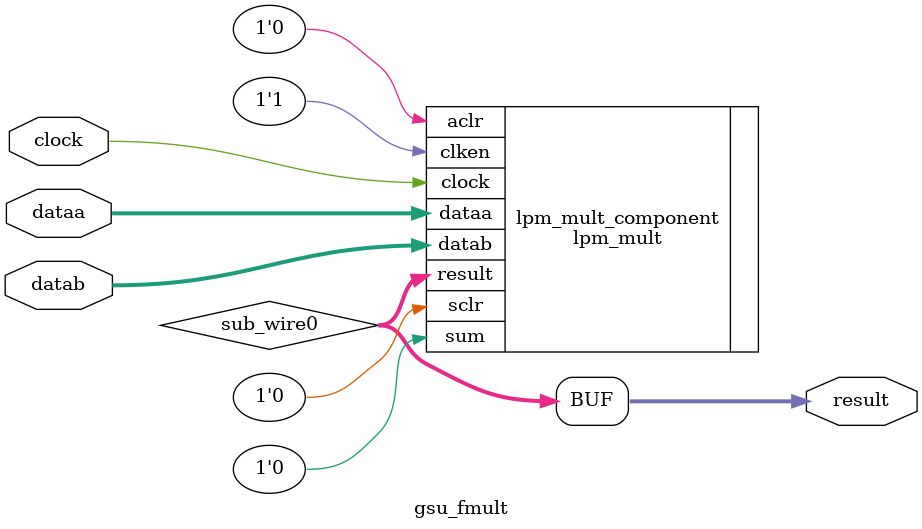
<source format=v>
module gsu_fmult (
	clock,
	dataa,
	datab,
	result);
	input	  clock;
	input	[15:0]  dataa;
	input	[15:0]  datab;
	output	[31:0]  result;
	wire [31:0] sub_wire0;
	wire [31:0] result = sub_wire0[31:0];
	lpm_mult	lpm_mult_component (
				.clock (clock),
				.dataa (dataa),
				.datab (datab),
				.result (sub_wire0),
				.aclr (1'b0),
				.clken (1'b1),
				.sclr (1'b0),
				.sum (1'b0));
	defparam
		lpm_mult_component.lpm_hint = "MAXIMIZE_SPEED=5",
		lpm_mult_component.lpm_pipeline = 2,
		lpm_mult_component.lpm_representation = "SIGNED",
		lpm_mult_component.lpm_type = "LPM_MULT",
		lpm_mult_component.lpm_widtha = 16,
		lpm_mult_component.lpm_widthb = 16,
		lpm_mult_component.lpm_widthp = 32;
endmodule
</source>
